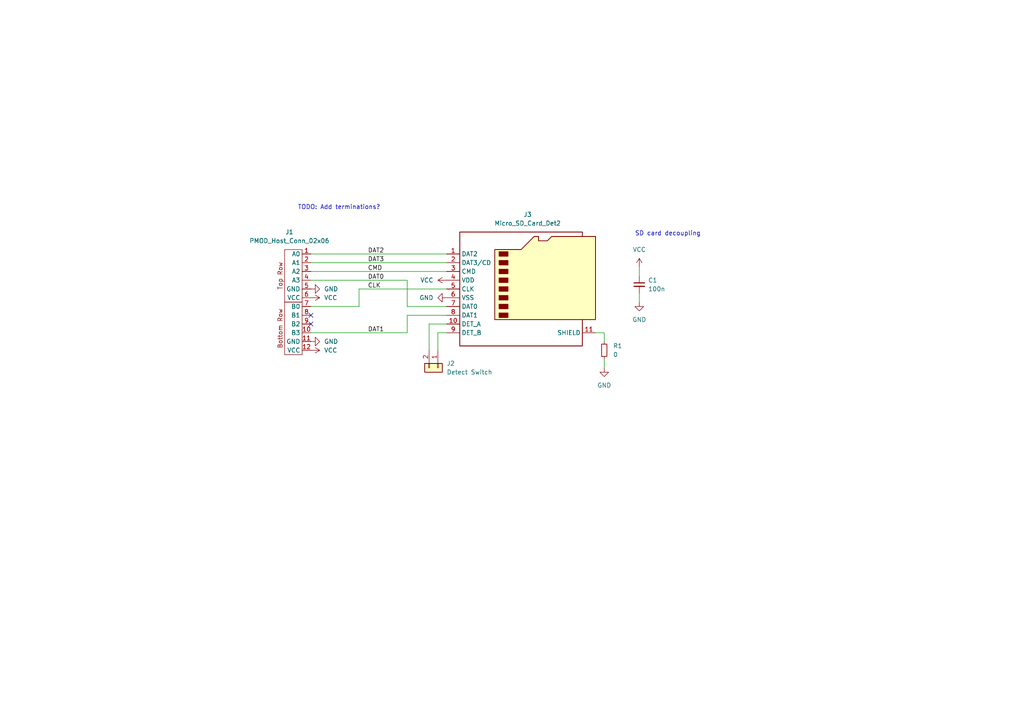
<source format=kicad_sch>
(kicad_sch (version 20230121) (generator eeschema)
  (paper "A4")
  (lib_symbols
    (symbol "Connector:Micro_SD_Card_Det2"
      (property "Reference" "J" (at -16.51 17.78 0))
      (property "Value" "Micro_SD_Card_Det2" (at 16.51 17.78 0))
      (symbol "Micro_SD_Card_Det2_0_1"
        (rectangle (start -7.62 -6.985) (end -5.08 -8.255) (stroke (width 0.254)) (fill (type outline)))
        (rectangle (start -7.62 -4.445) (end -5.08 -5.715) (stroke (width 0.254)) (fill (type outline)))
        (rectangle (start -7.62 -1.905) (end -5.08 -3.175) (stroke (width 0.254)) (fill (type outline)))
        (rectangle (start -7.62 0.635) (end -5.08 -0.635) (stroke (width 0.254)) (fill (type outline)))
        (rectangle (start -7.62 3.175) (end -5.08 1.905) (stroke (width 0.254)) (fill (type outline)))
        (rectangle (start -7.62 5.715) (end -5.08 4.445) (stroke (width 0.254)) (fill (type outline)))
        (rectangle (start -7.62 8.255) (end -5.08 6.985) (stroke (width 0.254)) (fill (type outline)))
        (rectangle (start -7.62 10.795) (end -5.08 9.525) (stroke (width 0.254)) (fill (type outline)))
        (polyline (pts (xy 16.51 15.24) (xy 16.51 16.51) (xy -19.05 16.51) (xy -19.05 -16.51) (xy 16.51 -16.51) (xy 16.51 -8.89)) (stroke (width 0.254)))
        (polyline (pts (xy -8.89 -8.89) (xy -8.89 11.43) (xy -1.27 11.43) (xy 2.54 15.24) (xy 3.81 15.24) (xy 3.81 13.97) (xy 6.35 13.97) (xy 7.62 15.24) (xy 20.32 15.24) (xy 20.32 -8.89) (xy -8.89 -8.89)) (stroke (width 0.254)) (fill (type background)))
      )
      (symbol "Micro_SD_Card_Det2_1_1"
        (pin bidirectional line (at -22.86 10.16 0) (length 3.81) (name "DAT2") (number "1"))
        (pin passive line (at -22.86 -10.16 0) (length 3.81) (name "DET_A") (number "10"))
        (pin passive line (at 20.32 -12.7 180) (length 3.81) (name "SHIELD") (number "11"))
        (pin bidirectional line (at -22.86 7.62 0) (length 3.81) (name "DAT3/CD") (number "2"))
        (pin input line (at -22.86 5.08 0) (length 3.81) (name "CMD") (number "3"))
        (pin power_in line (at -22.86 2.54 0) (length 3.81) (name "VDD") (number "4"))
        (pin input line (at -22.86 0 0) (length 3.81) (name "CLK") (number "5"))
        (pin power_in line (at -22.86 -2.54 0) (length 3.81) (name "VSS") (number "6"))
        (pin bidirectional line (at -22.86 -5.08 0) (length 3.81) (name "DAT0") (number "7"))
        (pin bidirectional line (at -22.86 -7.62 0) (length 3.81) (name "DAT1") (number "8"))
        (pin passive line (at -22.86 -12.7 0) (length 3.81) (name "DET_B") (number "9"))
      )
    )
    (symbol "Connector_Generic:Conn_01x02" (pin_names (offset 1.016) hide)
      (property "Reference" "J" (at 0 2.54 0))
      (property "Value" "Conn_01x02" (at 0 -5.08 0))
      (symbol "Conn_01x02_1_1"
        (rectangle (start -1.27 -2.413) (end 0 -2.667) (stroke (width 0.1524)))
        (rectangle (start -1.27 0.127) (end 0 -0.127) (stroke (width 0.1524)))
        (rectangle (start -1.27 1.27) (end 1.27 -3.81) (stroke (width 0.254)) (fill (type background)))
        (pin passive line (at -5.08 0 0) (length 3.81) (name "Pin_1") (number "1"))
        (pin passive line (at -5.08 -2.54 0) (length 3.81) (name "Pin_2") (number "2"))
      )
    )
    (symbol "Device:C_Small" (pin_numbers hide) (pin_names (offset 0.254) hide)
      (property "Reference" "C" (at 0.254 1.778 0))
      (property "Value" "C_Small" (at 0.254 -2.032 0))
      (symbol "C_Small_0_1"
        (polyline (pts (xy -1.524 -0.508) (xy 1.524 -0.508)) (stroke (width 0.3302)))
        (polyline (pts (xy -1.524 0.508) (xy 1.524 0.508)) (stroke (width 0.3048)))
      )
      (symbol "C_Small_1_1"
        (pin passive line (at 0 2.54 270) (length 2.032) (name "~") (number "1"))
        (pin passive line (at 0 -2.54 90) (length 2.032) (name "~") (number "2"))
      )
    )
    (symbol "Device:R_Small" (pin_numbers hide) (pin_names (offset 0.254) hide)
      (property "Reference" "R" (at 0.762 0.508 0))
      (property "Value" "R_Small" (at 0.762 -1.016 0))
      (symbol "R_Small_0_1"
        (rectangle (start -0.762 1.778) (end 0.762 -1.778) (stroke (width 0.2032)))
      )
      (symbol "R_Small_1_1"
        (pin passive line (at 0 2.54 270) (length 0.762) (name "~") (number "1"))
        (pin passive line (at 0 -2.54 90) (length 0.762) (name "~") (number "2"))
      )
    )
    (symbol "pmod:PMOD_Host_Conn_02x06"
      (property "Reference" "J" (at -0.635 -16.51 0))
      (property "Value" "PMOD_Host_Conn_02x06" (at 0 17.145 0))
      (symbol "PMOD_Host_Conn_02x06_0_0"
        (text "Bottom Row" (at 3.81 -7.62 900) (effects (font (size 1.27 1.27))))
        (text "Top Row" (at 3.81 7.62 900) (effects (font (size 1.27 1.27))))
      )
      (symbol "PMOD_Host_Conn_02x06_0_1"
        (rectangle (start -2.54 -15.24) (end 2.54 0))
        (rectangle (start -2.54 0) (end 2.54 15.24))
      )
      (symbol "PMOD_Host_Conn_02x06_1_1"
        (pin bidirectional line (at -5.08 13.97 0) (length 2.54) (name "A0") (number "1"))
        (pin bidirectional line (at -5.08 -8.89 0) (length 2.54) (name "B3") (number "10"))
        (pin power_out line (at -5.08 -11.43 0) (length 2.54) (name "GND") (number "11"))
        (pin power_out line (at -5.08 -13.97 0) (length 2.54) (name "VCC") (number "12"))
        (pin bidirectional line (at -5.08 11.43 0) (length 2.54) (name "A1") (number "2"))
        (pin bidirectional line (at -5.08 8.89 0) (length 2.54) (name "A2") (number "3"))
        (pin bidirectional line (at -5.08 6.35 0) (length 2.54) (name "A3") (number "4"))
        (pin power_out line (at -5.08 3.81 0) (length 2.54) (name "GND") (number "5"))
        (pin power_out line (at -5.08 1.27 0) (length 2.54) (name "VCC") (number "6"))
        (pin bidirectional line (at -5.08 -1.27 0) (length 2.54) (name "B0") (number "7"))
        (pin bidirectional line (at -5.08 -3.81 0) (length 2.54) (name "B1") (number "8"))
        (pin bidirectional line (at -5.08 -6.35 0) (length 2.54) (name "B2") (number "9"))
      )
    )
    (symbol "power:GND" (power) (pin_names (offset 0))
      (property "Value" "GND" (at 0 -3.81 0))
      (symbol "GND_0_1"
        (polyline (pts (xy 0 0) (xy 0 -1.27) (xy 1.27 -1.27) (xy 0 -2.54) (xy -1.27 -1.27) (xy 0 -1.27)))
      )
      (symbol "GND_1_1"
        (pin power_in line (at 0 0 270) (length 0) hide (name "GND") (number "1"))
      )
    )
    (symbol "power:VCC" (power) (pin_names (offset 0))
      (property "Value" "VCC" (at 0 3.81 0))
      (symbol "VCC_0_1"
        (polyline (pts (xy -0.762 1.27) (xy 0 2.54)))
        (polyline (pts (xy 0 0) (xy 0 2.54)))
        (polyline (pts (xy 0 2.54) (xy 0.762 1.27)))
      )
      (symbol "VCC_1_1"
        (pin power_in line (at 0 0 90) (length 0) hide (name "VCC") (number "1"))
      )
    )
  )
  (no_connect (at 90.17 91.44))
  (no_connect (at 90.17 93.98))
  (wire (pts (xy 90.17 88.9) (xy 104.14 88.9)))
  (wire (pts (xy 90.17 96.52) (xy 118.11 96.52)))
  (wire (pts (xy 127 96.52) (xy 127 101.6)))
  (wire (pts (xy 129.54 88.9) (xy 118.11 88.9)))
  (wire (pts (xy 104.14 83.82) (xy 129.54 83.82)))
  (wire (pts (xy 118.11 96.52) (xy 118.11 91.44)))
  (wire (pts (xy 90.17 78.74) (xy 129.54 78.74)))
  (wire (pts (xy 172.72 96.52) (xy 175.26 96.52)))
  (wire (pts (xy 90.17 76.2) (xy 129.54 76.2)))
  (wire (pts (xy 175.26 104.14) (xy 175.26 106.68)))
  (wire (pts (xy 129.54 93.98) (xy 124.46 93.98)))
  (wire (pts (xy 129.54 96.52) (xy 127 96.52)))
  (wire (pts (xy 118.11 88.9) (xy 118.11 81.28)))
  (wire (pts (xy 90.17 73.66) (xy 129.54 73.66)))
  (wire (pts (xy 175.26 96.52) (xy 175.26 99.06)))
  (wire (pts (xy 185.42 85.09) (xy 185.42 87.63)))
  (wire (pts (xy 118.11 91.44) (xy 129.54 91.44)))
  (wire (pts (xy 185.42 77.47) (xy 185.42 80.01)))
  (wire (pts (xy 104.14 88.9) (xy 104.14 83.82)))
  (wire (pts (xy 124.46 93.98) (xy 124.46 101.6)))
  (wire (pts (xy 118.11 81.28) (xy 90.17 81.28)))
  (text "SD card decoupling" (at 184.15 68.58 0) (effects (font (size 1.27 1.27)) (justify left bottom)))
  (text "TODO: Add terminations?" (at 86.36 60.96 0) (effects (font (size 1.27 1.27)) (justify left bottom)))
  (label "CLK" (at 106.68 83.82 0))
  (label "DAT0" (at 106.68 81.28 0))
  (label "DAT2" (at 106.68 73.66 0))
  (label "DAT3" (at 106.68 76.2 0))
  (label "CMD" (at 106.68 78.74 0))
  (label "DAT1" (at 106.68 96.52 0))
  (symbol (lib_id "pmod:PMOD_Host_Conn_02x06") (at 85.09 87.63 0) (mirror y) (unit 1)
    (property "Reference" "J1" (at 83.9442 67.31 0))
    (property "Value" "PMOD_Host_Conn_02x06" (at 83.9442 69.85 0))
    (property "Footprint" "pmod:PMOD_PinSocket_2x06_P2.54mm_Horizontal" (effects hide))
  )
  (symbol (lib_id "power:GND") (at 90.17 83.82 90) (unit 1)
    (property "Reference" "#PWR01" (effects hide))
    (property "Value" "GND" (at 93.98 83.82 90) (effects (justify right)))
  )
  (symbol (lib_id "Device:C_Small") (at 185.42 82.55 0) (unit 1)
    (property "Reference" "C1" (at 187.96 81.2863 0) (effects (justify left)))
    (property "Value" "100n" (at 187.96 83.8263 0) (effects (justify left)))
    (property "Footprint" "Capacitor_SMD:C_0603_1608Metric" (effects hide))
  )
  (symbol (lib_id "power:GND") (at 185.42 87.63 0) (unit 1)
    (property "Reference" "#PWR09" (effects hide))
    (property "Value" "GND" (at 185.42 92.71 0))
  )
  (symbol (lib_id "power:VCC") (at 129.54 81.28 90) (unit 1)
    (property "Reference" "#PWR05" (effects hide))
    (property "Value" "VCC" (at 125.73 81.28 90) (effects (justify left)))
  )
  (symbol (lib_id "power:VCC") (at 185.42 77.47 0) (unit 1)
    (property "Reference" "#PWR08" (effects hide))
    (property "Value" "VCC" (at 185.42 72.39 0))
  )
  (symbol (lib_id "power:GND") (at 90.17 99.06 90) (unit 1)
    (property "Reference" "#PWR02" (effects hide))
    (property "Value" "GND" (at 93.98 99.06 90) (effects (justify right)))
  )
  (symbol (lib_id "Connector_Generic:Conn_01x02") (at 127 106.68 270) (unit 1)
    (property "Reference" "J2" (at 129.54 105.41 90) (effects (justify left)))
    (property "Value" "Detect Switch" (at 129.54 107.95 90) (effects (justify left)))
    (property "Footprint" "Connector_PinHeader_2.54mm:PinHeader_1x02_P2.54mm_Vertical" (effects hide))
  )
  (symbol (lib_id "Connector:Micro_SD_Card_Det2") (at 152.4 83.82 0) (unit 1)
    (property "Reference" "J3" (at 153.035 62.23 0))
    (property "Value" "Micro_SD_Card_Det2" (at 153.035 64.77 0))
    (property "Footprint" "Connector_Card:microSD_HC_Hirose_DM3D-SF" (effects hide))
    (property "Datasheet" "https://www.hirose.com/en/product/document?clcode=&productname=&series=DM3&documenttype=Catalog&lang=en&documentid=D49662_en" (effects hide))
  )
  (symbol (lib_id "power:GND") (at 129.54 86.36 270) (unit 1)
    (property "Reference" "#PWR06" (effects hide))
    (property "Value" "GND" (at 125.73 86.36 90) (effects (justify right)))
  )
  (symbol (lib_id "power:VCC") (at 90.17 86.36 270) (unit 1)
    (property "Reference" "#PWR03" (effects hide))
    (property "Value" "VCC" (at 93.98 86.36 90) (effects (justify left)))
  )
  (symbol (lib_id "Device:R_Small") (at 175.26 101.6 0) (unit 1)
    (property "Reference" "R1" (at 177.8 100.33 0) (effects (justify left)))
    (property "Value" "0" (at 177.8 102.87 0) (effects (justify left)))
    (property "Footprint" "Resistor_SMD:R_0603_1608Metric" (effects hide))
  )
  (symbol (lib_id "power:GND") (at 175.26 106.68 0) (unit 1)
    (property "Reference" "#PWR07" (effects hide))
    (property "Value" "GND" (at 175.26 111.76 0))
  )
  (symbol (lib_id "power:VCC") (at 90.17 101.6 270) (unit 1)
    (property "Reference" "#PWR04" (effects hide))
    (property "Value" "VCC" (at 93.98 101.6 90) (effects (justify left)))
  )
)
</source>
